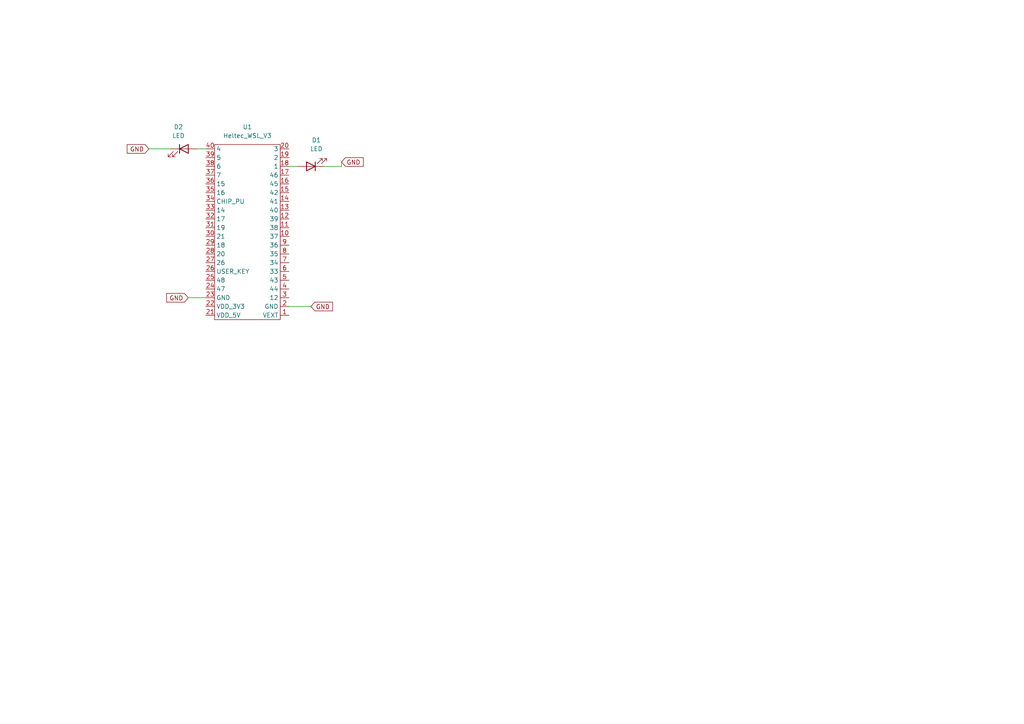
<source format=kicad_sch>
(kicad_sch (version 20250114) (generator "eeschema") (generator_version "9.0")
  (paper "A4")
  (lib_symbols
    (symbol "Custom Board:WSL_V3"
      (property "Reference" "U5" (at -4.445 17.78 0))
      (property "Value" "Heltec_WSL_V3" (at -4.445 15.24 0))
      (symbol "WSL_V3_0_1"
        (rectangle (start -13.97 12.7) (end 5.08 -38.1))
      )
      (symbol "WSL_V3_1_1"
        (pin bidirectional line (at -16.51 11.43 0) (length 2.54) (name "4") (number "40"))
        (pin bidirectional line (at -16.51 8.89 0) (length 2.54) (name "5") (number "39"))
        (pin bidirectional line (at -16.51 6.35 0) (length 2.54) (name "6") (number "38"))
        (pin bidirectional line (at -16.51 3.81 0) (length 2.54) (name "7") (number "37"))
        (pin bidirectional line (at -16.51 1.27 0) (length 2.54) (name "15") (number "36"))
        (pin bidirectional line (at -16.51 -1.27 0) (length 2.54) (name "16") (number "35"))
        (pin input line (at -16.51 -3.81 0) (length 2.54) (name "CHIP_PU") (number "34"))
        (pin bidirectional line (at -16.51 -6.35 0) (length 2.54) (name "14") (number "33"))
        (pin bidirectional line (at -16.51 -8.89 0) (length 2.54) (name "17") (number "32"))
        (pin bidirectional line (at -16.51 -11.43 0) (length 2.54) (name "19") (number "31"))
        (pin bidirectional line (at -16.51 -13.97 0) (length 2.54) (name "21") (number "30"))
        (pin bidirectional line (at -16.51 -16.51 0) (length 2.54) (name "18") (number "29"))
        (pin bidirectional line (at -16.51 -19.05 0) (length 2.54) (name "20") (number "28"))
        (pin bidirectional line (at -16.51 -21.59 0) (length 2.54) (name "26") (number "27"))
        (pin bidirectional line (at -16.51 -24.13 0) (length 2.54) (name "USER_KEY") (number "26"))
        (pin bidirectional line (at -16.51 -26.67 0) (length 2.54) (name "48") (number "25"))
        (pin bidirectional line (at -16.51 -29.21 0) (length 2.54) (name "47") (number "24"))
        (pin passive line (at -16.51 -31.75 0) (length 2.54) (name "GND") (number "23"))
        (pin power_in line (at -16.51 -34.29 0) (length 2.54) (name "VDD_3V3") (number "22"))
        (pin power_in line (at -16.51 -36.83 0) (length 2.54) (name "VDD_5V") (number "21"))
        (pin bidirectional line (at 7.62 11.43 180) (length 2.54) (name "3") (number "20"))
        (pin bidirectional line (at 7.62 8.89 180) (length 2.54) (name "2") (number "19"))
        (pin bidirectional line (at 7.62 6.35 180) (length 2.54) (name "1") (number "18"))
        (pin bidirectional line (at 7.62 3.81 180) (length 2.54) (name "46") (number "17"))
        (pin bidirectional line (at 7.62 1.27 180) (length 2.54) (name "45") (number "16"))
        (pin bidirectional line (at 7.62 -1.27 180) (length 2.54) (name "42") (number "15"))
        (pin bidirectional line (at 7.62 -3.81 180) (length 2.54) (name "41") (number "14"))
        (pin bidirectional line (at 7.62 -6.35 180) (length 2.54) (name "40") (number "13"))
        (pin bidirectional line (at 7.62 -8.89 180) (length 2.54) (name "39") (number "12"))
        (pin bidirectional line (at 7.62 -11.43 180) (length 2.54) (name "38") (number "11"))
        (pin bidirectional line (at 7.62 -13.97 180) (length 2.54) (name "37") (number "10"))
        (pin bidirectional line (at 7.62 -16.51 180) (length 2.54) (name "36") (number "9"))
        (pin bidirectional line (at 7.62 -19.05 180) (length 2.54) (name "35") (number "8"))
        (pin bidirectional line (at 7.62 -21.59 180) (length 2.54) (name "34") (number "7"))
        (pin bidirectional line (at 7.62 -24.13 180) (length 2.54) (name "33") (number "6"))
        (pin bidirectional line (at 7.62 -26.67 180) (length 2.54) (name "43") (number "5"))
        (pin bidirectional line (at 7.62 -29.21 180) (length 2.54) (name "44") (number "4"))
        (pin bidirectional line (at 7.62 -31.75 180) (length 2.54) (name "12") (number "3"))
        (pin passive line (at 7.62 -34.29 180) (length 2.54) (name "GND") (number "2"))
        (pin power_out line (at 7.62 -36.83 180) (length 2.54) (name "VEXT") (number "1"))
      )
    )
    (symbol "Device:LED" (pin_numbers (hide yes)) (pin_names (offset 1.016) (hide yes))
      (property "Reference" "D" (at 0 2.54 0))
      (property "Value" "LED" (at 0 -2.54 0))
      (symbol "LED_0_1"
        (polyline (pts (xy -3.048 -0.762) (xy -4.572 -2.286) (xy -3.81 -2.286) (xy -4.572 -2.286) (xy -4.572 -1.524)))
        (polyline (pts (xy -1.778 -0.762) (xy -3.302 -2.286) (xy -2.54 -2.286) (xy -3.302 -2.286) (xy -3.302 -1.524)))
        (polyline (pts (xy -1.27 0) (xy 1.27 0)))
        (polyline (pts (xy -1.27 -1.27) (xy -1.27 1.27)) (stroke (width 0.254)))
        (polyline (pts (xy 1.27 -1.27) (xy 1.27 1.27) (xy -1.27 0) (xy 1.27 -1.27)) (stroke (width 0.254)))
      )
      (symbol "LED_1_1"
        (pin passive line (at -3.81 0 0) (length 2.54) (name "K") (number "1"))
        (pin passive line (at 3.81 0 180) (length 2.54) (name "A") (number "2"))
      )
    )
  )
  (wire (pts (xy 54.61 86.36) (xy 59.69 86.36)))
  (wire (pts (xy 43.18 43.18) (xy 49.53 43.18)))
  (wire (pts (xy 83.82 88.9) (xy 90.17 88.9)))
  (wire (pts (xy 99.06 48.26) (xy 93.98 48.26)))
  (wire (pts (xy 57.15 43.18) (xy 59.69 43.18)))
  (wire (pts (xy 83.82 48.26) (xy 86.36 48.26)))
  (wire (pts (xy 99.06 46.99) (xy 99.06 48.26)))
  (global_label "GND" (shape input) (at 99.06 46.99 0) (property "Intersheetrefs" "${INTERSHEET_REFS}" (effects (hide yes))))
  (global_label "GND" (shape input) (at 54.61 86.36 180) (property "Intersheetrefs" "${INTERSHEET_REFS}" (effects (hide yes))))
  (global_label "GND" (shape input) (at 43.18 43.18 180) (property "Intersheetrefs" "${INTERSHEET_REFS}" (effects (hide yes))))
  (global_label "GND" (shape input) (at 90.17 88.9 0) (property "Intersheetrefs" "${INTERSHEET_REFS}" (effects (hide yes))))
  (symbol (lib_id "Device:LED") (at 90.17 48.26 180) (unit 1)
    (property "Reference" "D1" (at 91.7575 40.64 0))
    (property "Value" "LED" (at 91.7575 43.18 0))
    (property "Footprint" "LED_THT:LED_D5.0mm" (effects (hide yes)))
    (property "Description" "Light emitting diode" (effects (hide yes)))
    (property "Sim.Pins" "1=K 2=A" (effects (hide yes)))
  )
  (symbol (lib_id "Device:LED") (at 53.34 43.18 0) (unit 1)
    (property "Reference" "D2" (at 51.7525 36.83 0))
    (property "Value" "LED" (at 51.7525 39.37 0))
    (property "Footprint" "LED_THT:LED_D5.0mm" (effects (hide yes)))
    (property "Description" "Light emitting diode" (effects (hide yes)))
    (property "Sim.Pins" "1=K 2=A" (effects (hide yes)))
  )
  (symbol (lib_id "Custom Board:WSL_V3") (at 76.2 54.61 0) (unit 1)
    (property "Reference" "U1" (at 71.755 36.83 0))
    (property "Value" "Heltec_WSL_V3" (at 71.755 39.37 0))
    (property "Footprint" "Custom Board:Heltec_WSL_V3_v1" (effects (hide yes)))
    (property "Description" "Heltec_WSL_V3" (effects (hide yes)))
  )
)
</source>
